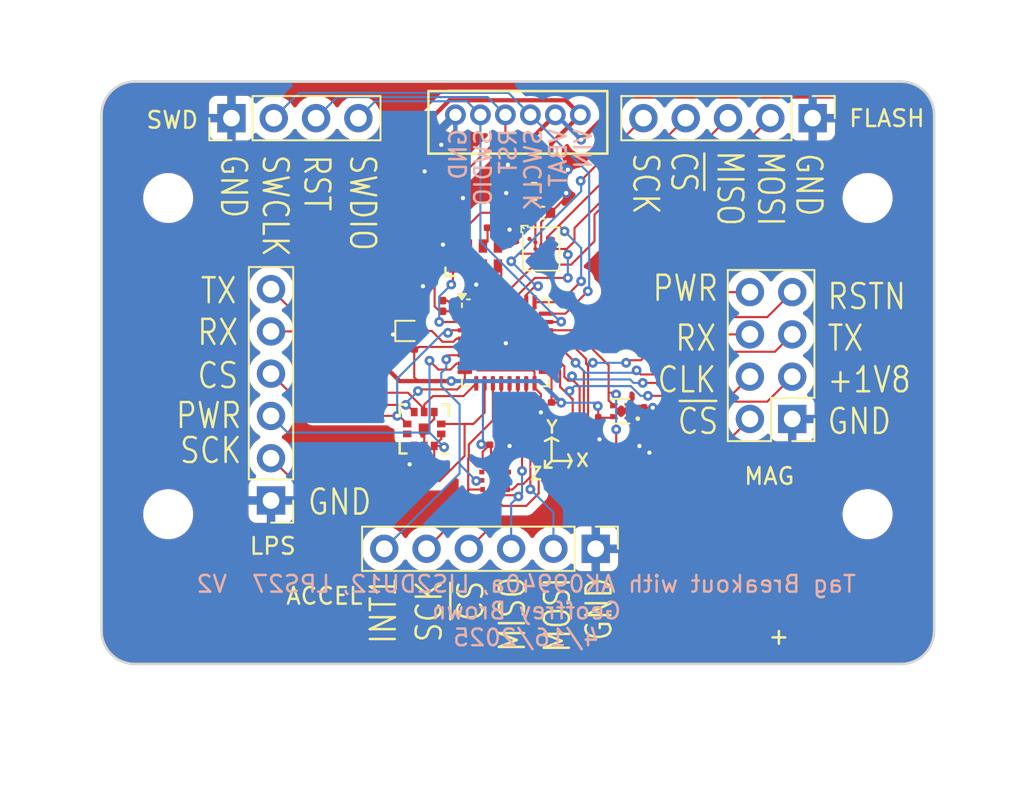
<source format=kicad_pcb>
(kicad_pcb (version 20240108) (generator "pcbnew") (generator_version "8.0")
  (layers (0 "F.Cu" signal) (31 "B.Cu" signal) (34 "B.Paste" user) (35 "F.Paste" user) (36 "B.SilkS" user "B.Silkscreen") (37 "F.SilkS" user "F.Silkscreen") (38 "B.Mask" user) (39 "F.Mask" user) (44 "Edge.Cuts" user))
  (net 0 "")
  (net 1 "GND")
  (net 2 "+2V5")
  (net 3 "SWDIO")
  (net 4 "SWCLK")
  (net 5 "Net-(Q501-C)")
  (net 6 "/VBAT")
  (net 7 "/clkout")
  (net 8 "/RST")
  (net 9 "Net-(U501-VBACK)")
  (net 10 "/AT25_MISO")
  (net 11 "/AT25_nCS")
  (net 12 "/AT25_MOSI")
  (net 13 "/AT25_SCK")
  (net 19 "/LPS_PWR")
  (net 21 "+1V8")
  (net 22 "/RTC_SDA")
  (net 23 "/RTC_SCL")
  (net 26 "/LIS_MOSI")
  (net 27 "/LIS_MISO")
  (net 28 "/LIS_CS")
  (net 29 "/LIS_SCK")
  (net 30 "/LIS_INT1")
  (net 31 "/LPS_SCK")
  (net 32 "/LPS_RX")
  (net 33 "/LPS_TX")
  (net 34 "/AK_USART1_CK")
  (net 35 "/LPS_CS")
  (net 36 "/AK_USART1_RX")
  (net 37 "/AK_USART1_TX")
  (net 38 "/AK_PWR")
  (net 39 "/AK_CS")
  (net 41 "/AK_RSTN")
  (footprint "library:MS621" (layer "F.Cu") (at 138.6 118.1 -90)
    (property "Reference" "J401" (hide yes))
    (property "Value" "CONN_01X02" (hide yes))
  )
  (footprint "Capacitor_SMD:C_0402_1005Metric" (layer "F.Cu") (at 126.48 92.885)
    (property "Reference" "C404" (hide yes))
    (property "Value" "22uf")
  )
  (footprint "library:RV-8803-C7" (layer "F.Cu") (at 122.45 95.485 90)
    (property "Reference" "U501" (hide yes))
    (property "Value" "RV-3028-C7" (hide yes))
  )
  (footprint "Resistor_SMD:R_0201_0603Metric" (layer "F.Cu") (at 123.5 93.785)
    (property "Reference" "R1" (hide yes))
    (property "Value" "10k")
  )
  (footprint "Capacitor_SMD:C_0201_0603Metric" (layer "F.Cu") (at 118.455 101.1 180)
    (property "Reference" "C501" (hide yes))
    (property "Value" "0.1uf")
  )
  (footprint "Capacitor_SMD:C_0201_0603Metric" (layer "F.Cu") (at 121.555 93.785 180)
    (property "Reference" "C503" (hide yes))
    (property "Value" "0.1uf")
  )
  (footprint "Diode_SMD:D_0402_1005Metric" (layer "F.Cu") (at 126.515 90.2 180)
    (property "Reference" "D401" (hide yes))
    (property "Value" "D")
  )
  (footprint "library:adesto_wlcsp12" (layer "F.Cu") (at 126.4 95.06)
    (property "Reference" "U1" (hide yes))
    (property "Value" "at25xe321D-UUN" (hide yes))
  )
  (footprint "Capacitor_SMD:C_0201_0603Metric" (layer "F.Cu") (at 119.2 98.485 90)
    (property "Reference" "C502" (hide yes))
    (property "Value" "0.1uf")
  )
  (footprint "Package_DFN_QFN:QFN-32-1EP_5x5mm_P0.5mm_EP3.45x3.45mm" (layer "F.Cu") (at 124.25 100.6975)
    (property "Reference" "U302" (hide yes))
    (property "Value" "stm32l431kc")
  )
  (footprint "Package_TO_SOT_SMD:SOT-883" (layer "F.Cu") (at 118.45 99.985)
    (property "Reference" "Q501" (hide yes))
    (property "Value" "Q_NPN_BEC")
  )
  (footprint "Capacitor_SMD:C_0201_0603Metric" (layer "F.Cu") (at 126.7 104.285 180)
    (property "Reference" "C2" (hide yes))
    (property "Value" "0.1uf")
  )
  (footprint "Capacitor_SMD:C_0201_0603Metric" (layer "F.Cu") (at 120.5 98.485 90)
    (property "Reference" "C101" (hide yes))
    (property "Value" "1uf")
  )
  (footprint "Connector_PinHeader_2.54mm:PinHeader_1x06_P2.54mm_Vertical" (layer "F.Cu") (at 129.675 113.075 -90)
    (property "Reference" "J4" (hide yes))
    (property "Value" "Conn_01x06")
  )
  (footprint "library:CONN_B6B-ZR_JST" (layer "F.Cu") (at 121.25 87)
    (property "Reference" "J1" (hide yes))
    (property "Value" "Conn_01x06")
  )
  (footprint "Capacitor_SMD:C_0201_0603Metric" (layer "F.Cu") (at 129.825 105.525 -90)
    (property "Reference" "C8" (hide yes))
    (property "Value" "1uf")
  )
  (footprint "MountingHole:MountingHole_2.5mm" (layer "F.Cu") (at 104 111)
    (property "Reference" "H2" (hide yes))
    (property "Value" "MountingHole")
  )
  (footprint "Capacitor_SMD:C_0201_0603Metric" (layer "F.Cu") (at 131.225 106.925)
    (property "Reference" "C5" (hide yes))
    (property "Value" "0.1uf")
  )
  (footprint "Connector_PinHeader_2.54mm:PinHeader_1x04_P2.54mm_Vertical" (layer "F.Cu") (at 107.8 87.2 90)
    (property "Reference" "J3" (hide yes))
    (property "Value" "Conn_01x04")
  )
  (footprint "Capacitor_SMD:C_0201_0603Metric" (layer "F.Cu") (at 132.575 104.925 90)
    (property "Reference" "C9" (hide yes))
    (property "Value" "1uf")
  )
  (footprint "MountingHole:MountingHole_2.5mm" (layer "F.Cu") (at 146 92)
    (property "Reference" "H3" (hide yes))
    (property "Value" "MountingHole")
  )
  (footprint "MountingHole:MountingHole_2.5mm" (layer "F.Cu") (at 104 92)
    (property "Reference" "H1" (hide yes))
    (property "Value" "MountingHole")
  )
  (footprint "MountingHole:MountingHole_2.5mm" (layer "F.Cu") (at 146 111)
    (property "Reference" "H4" (hide yes))
    (property "Value" "MountingHole")
  )
  (footprint "Capacitor_SMD:C_0201_0603Metric" (layer "F.Cu") (at 119.575 108.025 180)
    (property "Reference" "C6" (hide yes))
    (property "Value" "0.1uf")
  )
  (footprint "library:LPS27HHWTR" (layer "F.Cu") (at 119.3764 105.8764 180)
    (property "Reference" "U3" (hide yes))
    (property "Value" "LPS27HHWTR" (hide yes))
  )
  (footprint "Connector_PinHeader_2.54mm:PinHeader_2x04_P2.54mm_Vertical" (layer "F.Cu") (at 141.475 105.275 180)
    (property "Reference" "J6" (hide yes))
    (property "Value" "Conn_02x04_Counter_Clockwise")
  )
  (footprint "Package_SON:Texas_X2SON-4_1x1mm_P0.65mm" (layer "F.Cu") (at 131.2 104.809643 180)
    (property "Reference" "U5" (hide yes))
    (property "Value" "TPS7A2018PDQN")
  )
  (footprint "Capacitor_SMD:C_0603_1608Metric" (layer "F.Cu") (at 125.975 91.6 180)
    (property "Reference" "C4" (hide yes))
    (property "Value" "47uf")
  )
  (footprint "library:LGA-12L_LIS2DU12_STM" (layer "F.Cu") (at 123.6343 108.7157 90)
    (property "Reference" "U2" (hide yes))
    (property "Value" "LIS2DU12TR")
  )
  (footprint "library:AK09940a" (layer "F.Cu") (at 130.8184 108.5684 180)
    (property "Reference" "U4" (hide yes))
    (property "Value" "AK09940A")
  )
  (footprint "Capacitor_SMD:C_0201_0603Metric" (layer "F.Cu") (at 123.625 106.825)
    (property "Reference" "C1" (hide yes))
    (property "Value" "0.1uf")
  )
  (footprint "Connector_PinHeader_2.54mm:PinHeader_1x05_P2.54mm_Vertical" (layer "F.Cu") (at 142.7 87.2 -90)
    (property "Reference" "J2" (hide yes))
    (property "Value" "Conn_01x04")
  )
  (footprint "Capacitor_SMD:C_0201_0603Metric" (layer "F.Cu") (at 132.425 108.275 90)
    (property "Reference" "C7" (hide yes))
    (property "Value" "0.1uf")
  )
  (footprint "Connector_PinHeader_2.54mm:PinHeader_1x06_P2.54mm_Vertical" (layer "F.Cu") (at 110.175 110.175 180)
    (property "Reference" "J5" (hide yes))
    (property "Value" "Conn_01x06")
  )
  (gr_line (start 127.025 106.4) (end 127.425 106.6) (stroke (width 0.15)) (layer "F.SilkS"))
  (gr_line (start 126.625 108.2) (end 127.025 108.2) (stroke (width 0.15)) (layer "F.SilkS"))
  (gr_line (start 126.625 106.6) (end 127.025 106.4) (stroke (width 0.15)) (layer "F.SilkS"))
  (gr_line (start 126.625 108.2) (end 126.625 107.8) (stroke (width 0.15)) (layer "F.SilkS"))
  (gr_line (start 127.025 107.8) (end 128.225 107.8) (stroke (width 0.15)) (layer "F.SilkS"))
  (gr_line (start 127.025 107.8) (end 126.625 108.2) (stroke (width 0.15)) (layer "F.SilkS"))
  (gr_line (start 128.025 107.4) (end 128.225 107.8) (stroke (width 0.15)) (layer "F.SilkS"))
  (gr_line (start 127.025 107.8) (end 127.025 106.4) (stroke (width 0.15)) (layer "F.SilkS"))
  (gr_line (start 128.225 107.8) (end 128.025 108.2) (stroke (width 0.15)) (layer "F.SilkS"))
  (gr_arc (start 102 120) (mid 100.585786 119.414214) (end 100 118) (stroke (width 0.15)) (layer "Edge.Cuts"))
  (gr_line (start 100 118) (end 100 87) (stroke (width 0.15)) (layer "Edge.Cuts"))
  (gr_line (start 148 120) (end 102 120) (stroke (width 0.15)) (layer "Edge.Cuts"))
  (gr_line (start 102 85) (end 148 85) (stroke (width 0.15)) (layer "Edge.Cuts"))
  (gr_arc (start 100 87) (mid 100.585786 85.585786) (end 102 85) (stroke (width 0.15)) (layer "Edge.Cuts"))
  (gr_line (start 150 87) (end 150 118) (stroke (width 0.15)) (layer "Edge.Cuts"))
  (gr_arc (start 148 85) (mid 149.414214 85.585786) (end 150 87) (stroke (width 0.15)) (layer "Edge.Cuts"))
  (gr_arc (start 150 118) (mid 149.414214 119.414214) (end 148 120) (stroke (width 0.15)) (layer "Edge.Cuts"))
  (gr_text "SWDIO" (at 123.5 87.75 90) (layer "B.SilkS") (effects (font (size 1 1)) (justify left bottom mirror)))
  (gr_text "VIN" (at 129.5 87.75 90) (layer "B.SilkS") (effects (font (size 1 1)) (justify left bottom mirror)))
  (gr_text "SWCLK" (at 126.5 87.75 90) (layer "B.SilkS") (effects (font (size 1 1)) (justify left bottom mirror)))
  (gr_text "VBAT" (at 128 87.75 90) (layer "B.SilkS") (effects (font (size 1 1)) (justify left bottom mirror)))
  (gr_text "GND" (at 122 87.75 90) (layer "B.SilkS") (effects (font (size 1 1)) (justify left bottom mirror)))
  (gr_text "Tag Breakout with AK09940a, LIS2DU12, LPS27  V2\nGeoffrey Brown\n4/16/2025" (at 125.5 119 0) (layer "B.SilkS") (effects (font (size 1 1)) (justify bottom mirror)))
  (gr_text "RST" (at 125 87.75 90) (layer "B.SilkS") (effects (font (size 1 1)) (justify left bottom mirror)))
  (gr_text "SWDIO" (at 114.8 89.3 270) (layer "F.SilkS") (effects (font (size 1.5 1.25)) (justify left bottom)))
  (gr_text "TX" (at 108.2 98.45 0) (layer "F.SilkS") (effects (font (size 1.5 1.25)) (justify right bottom)))
  (gr_text "RX" (at 137 101.3 0) (layer "F.SilkS") (effects (font (size 1.5 1.25)) (justify right bottom)))
  (gr_text "GND" (at 141.6 89.2 270) (layer "F.SilkS") (effects (font (size 1.5 1.25)) (justify left bottom)))
  (gr_text "X" (at 128.425 108.2 0) (layer "F.SilkS") (effects (font (size 0.75 0.75)) (justify left bottom)))
  (gr_text "PWR" (at 133 98.3 0) (layer "F.SilkS") (effects (font (size 1.5 1.25)) (justify left bottom)))
  (gr_text "SCK" (at 120.55 114.9 90) (layer "F.SilkS") (effects (font (size 1.5 1.25)) (justify right bottom)))
  (gr_text "MOSI" (at 139.2936 89.0778 270) (layer "F.SilkS") (effects (font (size 1.5 1.25)) (justify left bottom)))
  (gr_text "SCK" (at 108.5 108.05 0) (layer "F.SilkS") (effects (font (size 1.5 1.25)) (justify right bottom)))
  (gr_text "RX" (at 108.3 100.95 0) (layer "F.SilkS") (effects (font (size 1.5 1.25)) (justify right bottom)))
  (gr_text "CS" (at 108.3 103.55 0) (layer "F.SilkS") (effects (font (size 1.5 1.25)) (justify right bottom)))
  (gr_text "MAG" (at 138.5 109.3 0) (layer "F.SilkS") (effects (font (size 1 1)) (justify left bottom)))
  (gr_text "CLK" (at 137 103.8 0) (layer "F.SilkS") (effects (font (size 1.5 1.25)) (justify right bottom)))
  (gr_text "SCK" (at 131.8 89.2 270) (layer "F.SilkS") (effects (font (size 1.5 1.25)) (justify left bottom)))
  (gr_text "~{CS}" (at 134.0866 89.1032 270) (layer "F.SilkS") (effects (font (size 1.5 1.25)) (justify left bottom)))
  (gr_text "~{CS}" (at 123.05 114.9 90) (layer "F.SilkS") (effects (font (size 1.5 1.25)) (justify right bottom)))
  (gr_text "Y" (at 126.625 106.2 0) (layer "F.SilkS") (effects (font (size 0.75 0.75)) (justify left bottom)))
  (gr_text "MISO" (at 125.55 114.65 90) (layer "F.SilkS") (effects (font (size 1.5 1.25)) (justify right bottom)))
  (gr_text "+1V8" (at 143.5 103.8 0) (layer "F.SilkS") (effects (font (size 1.5 1.25)) (justify left bottom)))
  (gr_text "GND" (at 143.5 106.3 0) (layer "F.SilkS") (effects (font (size 1.5 1.25)) (justify left bottom)))
  (gr_text "GND" (at 107.05 89.3 -90) (layer "F.SilkS") (effects (font (size 1.5 1.25)) (justify left bottom)))
  (gr_text "SWD" (at 102.6 87.9 0) (layer "F.SilkS") (effects (font (size 1 1)) (justify left bottom)))
  (gr_text "MOSI" (at 128.25 114.7 90) (layer "F.SilkS") (effects (font (size 1.5 1.25)) (justify right bottom)))
  (gr_text "TX" (at 143.5 101.3 0) (layer "F.SilkS") (effects (font (size 1.5 1.25)) (justify left bottom)))
  (gr_text "MISO" (at 136.8552 89.0524 270) (layer "F.SilkS") (effects (font (size 1.5 1.25)) (justify left bottom)))
  (gr_text "FLASH" (at 144.8 87.8 0) (layer "F.SilkS") (effects (font (size 1 1)) (justify left bottom)))
  (gr_text "Z" (at 125.625 109 0) (layer "F.SilkS") (effects (font (size 0.75 0.75)) (justify left bottom)))
  (gr_text "SWCLK" (at 109.55 89.3 270) (layer "F.SilkS") (effects (font (size 1.5 1.25)) (justify left bottom)))
  (gr_text "GND" (at 116.3 111.15 0) (layer "F.SilkS") (effects (font (size 1.5 1.25)) (justify right bottom)))
  (gr_text "GND" (at 130.75 114.7 90) (layer "F.SilkS") (effects (font (size 1.5 1.25)) (justify right bottom)))
  (gr_text "PWR" (at 108.5 105.95 0) (layer "F.SilkS") (effects (font (size 1.5 1.25)) (justify right bottom)))
  (gr_text "ACCEL" (at 111 116.5 0) (layer "F.SilkS") (effects (font (size 1 1)) (justify left bottom)))
  (gr_text "RST" (at 112.05 89.3 270) (layer "F.SilkS") (effects (font (size 1.5 1.25)) (justify left bottom)))
  (gr_text "RSTN" (at 143.5 98.8 0) (layer "F.SilkS") (effects (font (size 1.5 1.25)) (justify left bottom)))
  (gr_text "LPS" (at 108.8 113.5 0) (layer "F.SilkS") (effects (font (size 1 1)) (justify left bottom)))
  (gr_text "INT1" (at 117.8 114.65 90) (layer "F.SilkS") (effects (font (size 1.5 1.25)) (justify right bottom)))
  (gr_text "~{CS}" (at 134.5 106.3 0) (layer "F.SilkS") (effects (font (size 1.5 1.25)) (justify left bottom)))
  (segment (start 118.135 100.835) (end 117.5 100.2) (width 0.127) (layer "F.Cu") (net 1))
  (segment (start 122.5 98.26) (end 123 98.26) (width 0.127) (layer "F.Cu") (net 1))
  (segment (start 131.8318 107.955) (end 131.4184 108.3684) (width 0.127) (layer "F.Cu") (net 1))
  (segment (start 123 101.4) (end 123.2 101.4) (width 0.127) (layer "F.Cu") (net 1))
  (segment (start 126.4 94.86) (end 126.4 93.445) (width 0.127) (layer "F.Cu") (net 1))
  (segment (start 118.525 108.025) (end 118.5 108) (width 0.127) (layer "F.Cu") (net 1))
  (segment (start 126.4 93.445) (end 126.96 92.885) (width 0.127) (layer "F.Cu") (net 1))
  (segment (start 132.425 107.955) (end 131.8318 107.955) (width 0.127) (layer "F.Cu") (net 1))
  (segment (start 121.235 94.75) (end 121.1 94.885) (width 0.127) (layer "F.Cu") (net 1))
  (segment (start 119.3764 105.8764) (end 119.3764 106.8924) (width 0.127) (layer "F.Cu") (net 1))
  (segment (start 124.384301 107.9156) (end 123.8843 107.9156) (width 0.127) (layer "F.Cu") (net 1))
  (segment (start 126.38 104.285) (end 126.38 104.88) (width 0.127) (layer "F.Cu") (net 1))
  (segment (start 126 102.4475) (end 125.22625 101.67375) (width 0.127) (layer "F.Cu") (net 1))
  (segment (start 126.96 92.885) (end 127.9 91.945) (width 0.127) (layer "F.Cu") (net 1))
  (segment (start 124.25 100.6975) (end 123.7025 100.6975) (width 0.127) (layer "F.Cu") (net 1))
  (segment (start 122.5 98.26) (end 122.5 97.2) (width 0.127) (layer "F.Cu") (net 1))
  (segment (start 126 103.135) (end 126 103.4) (width 0.127) (layer "F.Cu") (net 1))
  (segment (start 118.776401 107.546401) (end 119.255 108.025) (width 0.127) (layer "F.Cu") (net 1))
  (segment (start 131.2 104.609643) (end 131.2 104.714643) (width 0.127) (layer "F.Cu") (net 1))
  (segment (start 123.945 106.825) (end 124.425 106.825) (width 0.127) (layer "F.Cu") (net 1))
  (segment (start 119.2 98.165) (end 119.2 97.4) (width 0.127) (layer "F.Cu") (net 1))
  (segment (start 131.305 104.809643) (end 131.63 104.484643) (width 0.127) (layer "F.Cu") (net 1))
  (segment (start 131.545 107.8418) (end 131.4184 107.9684) (width 0.127) (layer "F.Cu") (net 1))
  (segment (start 123.2 101.4) (end 123.87625 100.72375) (width 0.127) (layer "F.Cu") (net 1))
  (segment (start 120.86 98.26) (end 122.5 98.26) (width 0.127) (layer "F.Cu") (net 1))
  (segment (start 126 103.4) (end 126.38 103.78) (width 0.127) (layer "F.Cu") (net 1))
  (segment (start 123.82 94.865) (end 123.8 94.885) (width 0.127) (layer "F.Cu") (net 1))
  (segment (start 127.9 91.945) (end 127.9 91.7) (width 0.127) (layer "F.Cu") (net 1))
  (segment (start 129.825 105.845) (end 129.825 106.425) (width 0.127) (layer "F.Cu") (net 1))
  (segment (start 131.2 104.809643) (end 131.305 104.809643) (width 0.127) (layer "F.Cu") (net 1))
  (segment (start 121.25 87.95) (end 120.4 88.8) (width 0.254) (layer "F.Cu") (net 1))
  (segment (start 121.1 94.885) (end 120.585 94.885) (width 0.127) (layer "F.Cu") (net 1))
  (segment (start 123 99.4475) (end 123 98.26) (width 0.127) (layer "F.Cu") (net 1))
  (segment (start 133.095 104.605) (end 133.1 104.6) (width 0.127) (layer "F.Cu") (net 1))
  (segment (start 119.2 97.4) (end 119.3 97.3) (width 0.127) (layer "F.Cu") (net 1))
  (segment (start 119.976399 104.8604) (end 119.976399 105.276401) (width 0.127) (layer "F.Cu") (net 1))
  (segment (start 118.776401 106.8924) (end 119.3764 106.8924) (width 0.127) (layer "F.Cu") (net 1))
  (segment (start 126 103.135) (end 126 102.4475) (width 0.127) (layer "F.Cu") (net 1))
  (segment (start 132.425 107.805) (end 132.425 107.955) (width 0.127) (layer "F.Cu") (net 1))
  (segment (start 131.545 106.925) (end 132.425 107.805) (width 0.127) (layer "F.Cu") (net 1))
  (segment (start 125.22625 101.67375) (end 124.27625 100.72375) (width 0.127) (layer "F.Cu") (net 1))
  (segment (start 120.585 94.885) (end 120.5 94.8) (width 0.127) (layer "F.Cu") (net 1))
  (segment (start 132.454643 104.484643) (end 132.575 104.605) (width 0.127) (layer "F.Cu") (net 1))
  (segment (start 132.575 104.605) (end 133.095 104.605) (width 0.127) (layer "F.Cu") (net 1))
  (segment (start 132.425 107.775) (end 132.9 107.3) (width 0.127) (layer "F.Cu") (net 1))
  (segment (start 124.384301 108.415601) (end 124.4344 108.4657) (width 0.127) (layer "F.Cu") (net 1))
  (segment (start 125.5 99.7) (end 125.2475 99.7) (width 0.127) (layer "F.Cu") (net 1))
  (segment (start 119.255 108.025) (end 118.525 108.025) (width 0.127) (layer "F.Cu") (net 1))
  (segment (start 121.25 87) (end 121.25 87.95) (width 0.254) (layer "F.Cu") (net 1))
  (segment (start 119.976399 105.276401) (end 119.3764 105.8764) (width 0.127) (layer "F.Cu") (net 1))
  (segment (start 118.135 101.1) (end 118.135 100.835) (width 0.127) (layer "F.Cu") (net 1))
  (segment (start 120.5 98.165) (end 120.765 98.165) (width 0.127) (layer "F.Cu") (net 1))
  (segment (start 124.25 100.6975) (end 123 99.4475) (width 0.127) (layer "F.Cu") (net 1))
  (segment (start 124.25 100.6975) (end 125.22625 101.67375) (width 0.127) (layer "F.Cu") (net 1))
  (segment (start 123.82 93.785) (end 124.385 93.785) (width 0.127) (layer "F.Cu") (net 1))
  (segment (start 126.38 103.78) (end 126.38 104.285) (width 0.127) (layer "F.Cu") (net 1))
  (segment (start 123.945 107.8549) (end 123.8843 107.9156) (width 0.127) (layer "F.Cu") (net 1))
  (segment (start 123.945 106.825) (end 123.945 107.8549) (width 0.127) (layer "F.Cu") (net 1))
  (segment (start 123.82 93.785) (end 123.82 94.865) (width 0.127) (layer "F.Cu") (net 1))
  (segment (start 131.545 106.925) (end 132.275 106.925) (width 0.127) (layer "F.Cu") (net 1))
  (segment (start 124.385 93.785) (end 124.5 93.9) (width 0.127) (layer "F.Cu") (net 1))
  (segment (start 118.776401 106.8924) (end 118.776401 107.546401) (width 0.127) (layer "F.Cu") (net 1))
  (segment (start 131.63 104.484643) (end 132.454643 104.484643) (width 0.127) (layer "F.Cu") (net 1))
  (segment (start 131.0184 107.9684) (end 131.4184 107.9684) (width 0.127) (layer "F.Cu") (net 1))
  (segment (start 126.4 104.9) (end 126.38 104.88) (width 0.127) (layer "F.Cu") (net 1))
  (segment (start 117.51 100.21) (end 117.5 100.2) (width 0.127) (layer "F.Cu") (net 1))
  (segment (start 120.765 98.165) (end 120.86 98.26) (width 0.127) (layer "F.Cu") (net 1))
  (segment (start 124.384301 107.9156) (end 124.384301 108.415601) (width 0.127) (layer "F.Cu") (net 1))
  (segment (start 125.2 91.6) (end 124.4 91.6) (width 0.127) (layer "F.Cu") (net 1))
  (segment (start 129.825 106.425) (end 129.9 106.5) (width 0.127) (layer "F.Cu") (net 1))
  (segment (start 131.545 106.925) (end 131.545 107.8418) (width 0.127) (layer "F.Cu") (net 1))
  (segment (start 123.7025 100.6975) (end 123 101.4) (width 0.127) (layer "F.Cu") (net 1))
  (segment (start 132.425 107.955) (end 132.425 107.775) (width 0.127) (layer "F.Cu") (net 1))
  (segment (start 124.425 106.825) (end 124.5 106.9) (width 0.127) (layer "F.Cu") (net 1))
  (segment (start 131.495 106.875) (end 131.545 106.925) (width 0.127) (layer "F.Cu") (net 1))
  (segment (start 125.2475 99.7) (end 124.25 100.6975) (width 0.127) (layer "F.Cu") (net 1))
  (segment (start 122.5 98.9475) (end 124.25 100.6975) (width 0.127) (layer "F.Cu") (net 1))
  (segment (start 124.4 91.6) (end 124.3 91.7) (width 0.127) (layer "F.Cu") (net 1))
  (segment (start 122.5 98.26) (end 122.5 98.9475) (width 0.127) (layer "F.Cu") (net 1))
  (segment (start 121.235 93.785) (end 121.235 94.75) (width 0.127) (layer "F.Cu") (net 1))
  (segment (start 123.87625 100.72375) (end 124.27625 100.72375) (width 0.127) (layer "F.Cu") (net 1))
  (segment (start 118.1 100.21) (end 117.51 100.21) (width 0.127) (layer "F.Cu") (net 1))
  (segment (start 132.275 106.925) (end 132.3 106.9) (width 0.127) (layer "F.Cu") (net 1))
  (via (at 118.5 108) (size 0.5842) (drill 0.254) (layers "F.Cu" "B.Cu") (net 1))
  (via (at 128 90.3) (size 0.5842) (drill 0.254) (layers "F.Cu" "B.Cu") (net 1))
  (via (at 127.9 91.7) (size 0.5842) (drill 0.254) (layers "F.Cu" "B.Cu") (net 1))
  (via (at 124.3 91.7) (size 0.5842) (drill 0.254) (layers "F.Cu" "B.Cu") (net 1))
  (via (at 129.9 106.5) (size 0.5842) (drill 0.254) (layers "F.Cu" "B.Cu") (net 1))
  (via (at 133.1 104.6) (size 0.5842) (drill 0.254) (layers "F.Cu" "B.Cu") (net 1))
  (via (at 132.9 107.3) (size 0.5842) (drill 0.254) (layers "F.Cu" "B.Cu") (net 1))
  (via (at 124.5 106.9) (size 0.5842) (drill 0.254) (layers "F.Cu" "B.Cu") (net 1))
  (via (at 124.27625 100.72375) (size 0.5842) (drill 0.254) (layers "F.Cu" "B.Cu") (net 1))
  (via (at 117.5 100.2) (size 0.5842) (drill 0.254) (layers "F.Cu" "B.Cu") (net 1))
  (via (at 126.38 104.88) (size 0.5842) (drill 0.254) (layers "F.Cu" "B.Cu") (net 1))
  (via (at 121.7 92) (size 0.5842) (drill 0.254) (layers "F.Cu" "B.Cu") (net 1))
  (via (at 119.3 97.3) (size 0.5842) (drill 0.254) (layers "F.Cu" "B.Cu") (net 1))
  (via (at 120.4 88.8) (size 0.5842) (drill 0.254) (layers "F.Cu" "B.Cu") (net 1))
  (via (at 122.5 97.2) (size 0.5842) (drill 0.254) (layers "F.Cu" "B.Cu") (net 1))
  (via (at 132.3 106.9) (size 0.5842) (drill 0.254) (layers "F.Cu" "B.Cu") (net 1))
  (via (at 124.4 90) (size 0.5842) (drill 0.254) (layers "F.Cu" "B.Cu") (net 1))
  (via (at 120.5 94.8) (size 0.5842) (drill 0.254) (layers "F.Cu" "B.Cu") (net 1))
  (via (at 124.5 93.9) (size 0.5842) (drill 0.254) (layers "F.Cu" "B.Cu") (net 1))
  (via (at 119.4 90.4) (size 0.5842) (drill 0.254) (layers "F.Cu" "B.Cu") (net 1))
  (segment (start 121.25 88.55) (end 121.2 88.6) (width 0.254) (layer "B.Cu") (net 1))
  (segment (start 121.25 88.55) (end 121.25 87) (width 0.254) (layer "B.Cu") (net 1))
  (segment (start 127.8737 86.1237) (end 120.887024 86.1237) (width 0.254) (layer "F.Cu") (net 2))
  (segment (start 129.825 105.205) (end 130.699643 105.205) (width 0.127) (layer "F.Cu") (net 2))
  (segment (start 122 93.91) (end 121.875 93.785) (width 0.127) (layer "F.Cu") (net 2))
  (segment (start 126.75 92.135) (end 126 92.885) (width 0.254) (layer "F.Cu") (net 2))
  (segment (start 116.76 101.86) (end 117.9 103) (width 0.254) (layer "F.Cu") (net 2))
  (segment (start 127 91.35) (end 126.75 91.6) (width 0.254) (layer "F.Cu") (net 2))
  (segment (start 121.875 93.585001) (end 121.389999 93.1) (width 0.127) (layer "F.Cu") (net 2))
  (segment (start 120.887024 86.1237) (end 117.5 89.510724) (width 0.254) (layer "F.Cu") (net 2))
  (segment (start 126.05 92.935) (end 126 92.885) (width 0.127) (layer "F.Cu") (net 2))
  (segment (start 126.05 94.66) (end 126.05 92.935) (width 0.127) (layer "F.Cu") (net 2))
  (segment (start 118.775 102.775) (end 119 103) (width 0.127) (layer "F.Cu") (net 2))
  (segment (start 118.9 101.1) (end 119.0525 100.9475) (width 0.127) (layer "F.Cu") (net 2))
  (segment (start 129.825 105.205) (end 129.825 104.525) (width 0.127) (layer "F.Cu") (net 2))
  (segment (start 122.884299 107.9156) (end 122.884299 107.245701) (width 0.127) (layer "F.Cu") (net 2))
  (segment (start 126.05 94.66) (end 126.05 95.06) (width 0.127) (layer "F.Cu") (net 2))
  (segment (start 118.775 101.1) (end 118.9 101.1) (width 0.127) (layer "F.Cu") (net 2))
  (segment (start 123.3843 107.9156) (end 123.3843 106.9043) (width 0.127) (layer "F.Cu") (net 2))
  (segment (start 127 90.2) (end 127 91.35) (width 0.254) (layer "F.Cu") (net 2))
  (segment (start 127 90.2) (end 127 88.75) (width 0.254) (layer "F.Cu") (net 2))
  (segment (start 127.02 104.285) (end 127.585 104.285) (width 0.127) (layer "F.Cu") (net 2))
  (segment (start 116.76 98.2) (end 116.76 101.86) (width 0.254) (layer "F.Cu") (net 2))
  (segment (start 119 103) (end 121 103) (width 0.254) (layer "F.Cu") (net 2))
  (segment (start 122.775 92.885) (end 121.875 93.785) (width 0.127) (layer "F.Cu") (net 2))
  (segment (start 126.75 91.6) (end 126.75 92.135) (width 0.254) (layer "F.Cu") (net 2))
  (segment (start 120.5 98.805) (end 121.67 98.805) (width 0.127) (layer "F.Cu") (net 2))
  (segment (start 120.5 93.1) (end 120 93.6) (width 0.127) (layer "F.Cu") (net 2))
  (segment (start 130.699643 105.205) (end 130.77 105.134643) (width 0.127) (layer "F.Cu") (net 2))
  (segment (start 117.5 89.510724) (end 117.5 96.3) (width 0.254) (layer "F.Cu") (net 2))
  (segment (start 127.585 104.285) (end 127.6 104.3) (width 0.127) (layer "F.Cu") (net 2))
  (segment (start 116.76 97.04) (end 116.76 98.2) (width 0.254) (layer "F.Cu") (net 2))
  (segment (start 126.6875 102.4475) (end 127.02 102.78) (width 0.127) (layer "F.Cu") (net 2))
  (segment (start 128.75 87) (end 127.8737 86.1237) (width 0.254) (layer "F.Cu") (net 2))
  (segment (start 118.775 101.1) (end 118.775 102.775) (width 0.127) (layer "F.Cu") (net 2))
  (segment (start 126 92.885) (end 122.775 92.885) (width 0.127) (layer "F.Cu") (net 2))
  (segment (start 121.875 93.785) (end 121.875 93.585001) (width 0.127) (layer "F.Cu") (net 2))
  (segment (start 123.305 106.825) (end 122.825 106.825) (width 0.127) (layer "F.Cu") (net 2))
  (segment (start 117.5 96.3) (end 116.76 97.04) (width 0.254) (layer "F.Cu") (net 2))
  (segment (start 129.825 104.525) (end 129.8 104.5) (width 0.127) (layer "F.Cu") (net 2))
  (segment (start 119.0525 100.9475) (end 121.8125 100.9475) (width 0.127) (layer "F.Cu") (net 2))
  (segment (start 127.02 102.78) (end 127.02 104.285) (width 0.127) (layer "F.Cu") (net 2))
  (segment (start 121.67 98.805) (end 121.8125 98.9475) (width 0.127) (layer "F.Cu") (net 2))
  (segment (start 129.835357 105.134643) (end 129.825 105.145) (width 0.127) (layer "F.Cu") (net 2))
  (segment (start 121.389999 93.1) (end 120.5 93.1) (width 0.127) (layer "F.Cu") (net 2))
  (segment (start 122 94.885) (end 122 93.91) (width 0.127) (layer "F.Cu") (net 2))
  (segment (start 127 88.75) (end 128.75 87) (width 0.254) (layer "F.Cu") (net 2))
  (segment (start 122.884299 107.245701) (end 123.305 106.825) (width 0.127) (layer "F.Cu") (net 2))
  (segment (start 122.825 106.825) (end 122.8 106.8) (width 0.127) (layer "F.Cu") (net 2))
  (segment (start 120 93.6) (end 120 98.504999) (width 0.127) (layer "F.Cu") (net 2))
  (segment (start 120.300001 98.805) (end 120.5 98.805) (width 0.127) (layer "F.Cu") (net 2))
  (segment (start 120 98.504999) (end 120.300001 98.805) (width 0.127) (layer "F.Cu") (net 2))
  (segment (start 123.3843 106.9043) (end 123.305 106.825) (width 0.127) (layer "F.Cu") (net 2))
  (segment (start 117.9 103) (end 119 103) (width 0.254) (layer "F.Cu") (net 2))
  (via (at 122.8 106.8) (size 0.5842) (drill 0.254) (layers "F.Cu" "B.Cu") (net 2))
  (via (at 127.6 104.3) (size 0.5842) (drill 0.254) (layers "F.Cu" "B.Cu") (net 2))
  (via (at 129.8 104.5) (size 0.5842) (drill 0.254) (layers "F.Cu" "B.Cu") (net 2))
  (via (at 121 103) (size 0.5842) (drill 0.254) (layers "F.Cu" "B.Cu") (net 2))
  (segment (start 129.6 104.3) (end 129.8 104.5) (width 0.127) (layer "B.Cu") (net 2))
  (segment (start 126.3 103) (end 127.6 104.3) (width 0.254) (layer "B.Cu") (net 2))
  (segment (start 121 103) (end 122.9 103) (width 0.254) (layer "B.Cu") (net 2))
  (segment (start 127.6 104.3) (end 129.6 104.3) (width 0.127) (layer "B.Cu") (net 2))
  (segment (start 122.9 103) (end 126.3 103) (width 0.254) (layer "B.Cu") (net 2))
  (segment (start 122.9 106.7) (end 122.9 103) (width 0.127) (layer "B.Cu") (net 2))
  (segment (start 122.8 106.8) (end 122.9 106.7) (width 0.127) (layer "B.Cu") (net 2))
  (segment (start 126.6875 99.4475) (end 127.5826 99.4475) (width 0.127) (layer "F.Cu") (net 3))
  (segment (start 127.5826 99.4475) (end 127.6 99.4301) (width 0.127) (layer "F.Cu") (net 3))
  (via (at 127.6 99.4301) (size 0.5842) (drill 0.254) (layers "F.Cu" "B.Cu") (net 3))
  (segment (start 122.75 94.6325) (end 127.5175 99.4) (width 0.127) (layer "B.Cu") (net 3))
  (segment (start 122.75 87) (end 121.9372 86.1872) (width 0.127) (layer "B.Cu") (net 3))
  (segment (start 127.6 99.4) (end 127.6 99.4301) (width 0.127) (layer "B.Cu") (net 3))
  (segment (start 127.5175 99.4) (end 127.6 99.4) (width 0.127) (layer "B.Cu") (net 3))
  (segment (start 121.9372 86.1872) (end 116.4328 86.1872) (width 0.127) (layer "B.Cu") (net 3))
  (segment (start 116.4328 86.1872) (end 115.42 87.2) (width 0.127) (layer "B.Cu") (net 3))
  (segment (start 122.75 87) (end 122.75 94.6325) (width 0.127) (layer "B.Cu") (net 3))
  (segment (start 126.6875 98.9475) (end 127.8525 98.9475) (width 0.127) (layer "F.Cu") (net 4))
  (segment (start 127.8525 98.9475) (end 129.2 97.6) (width 0.127) (layer "F.Cu") (net 4))
  (via (at 129.2 97.6) (size 0.5842) (drill 0.254) (layers "F.Cu" "B.Cu") (net 4))
  (segment (start 125.750001 87) (end 124.429201 85.6792) (width 0.127) (layer "B.Cu") (net 4))
  (segment (start 124.429201 85.6792) (end 111.8608 85.6792) (width 0.127) (layer "B.Cu") (net 4))
  (segment (start 129.2826 97.5174) (end 129.2826 90.532599) (width 0.127) (layer "B.Cu") (net 4))
  (segment (start 111.8608 85.6792) (end 110.34 87.2) (width 0.127) (layer "B.Cu") (net 4))
  (segment (start 129.2826 90.532599) (end 125.750001 87) (width 0.127) (layer "B.Cu") (net 4))
  (segment (start 118.8 99.205) (end 118.8 99.985) (width 0.127) (layer "F.Cu") (net 5))
  (segment (start 120.476709 100.6374) (end 121.123291 100.6374) (width 0.127) (layer "F.Cu") (net 5))
  (segment (start 121.313191 100.4475) (end 121.8125 100.4475) (width 0.127) (layer "F.Cu") (net 5))
  (segment (start 119.2 98.805) (end 118.8 99.205) (width 0.127) (layer "F.Cu") (net 5))
  (segment (start 118.8 99.985) (end 119.824309 99.985) (width 0.127) (layer "F.Cu") (net 5))
  (segment (start 121.123291 100.6374) (end 121.313191 100.4475) (width 0.127) (layer "F.Cu") (net 5))
  (segment (start 119.824309 99.985) (end 120.476709 100.6374) (width 0.127) (layer "F.Cu") (net 5))
  (segment (start 149 88.8) (end 146.1 85.9) (width 0.254) (layer "F.Cu") (net 6))
  (segment (start 145.6 117) (end 149 113.6) (width 0.254) (layer "F.Cu") (net 6))
  (segment (start 126.03 88.220001) (end 126.03 90.2) (width 0.254) (layer "F.Cu") (net 6))
  (segment (start 149 113.6) (end 149 88.8) (width 0.254) (layer "F.Cu") (net 6))
  (segment (start 146.1 85.9) (end 131.4 85.9) (width 0.254) (layer "F.Cu") (net 6))
  (segment (start 127.250001 87) (end 126.03 88.220001) (width 0.254) (layer "F.Cu") (net 6))
  (segment (start 131.4 85.9) (end 128.8 88.5) (width 0.254) (layer "F.Cu") (net 6))
  (segment (start 140.55 117) (end 145.6 117) (width 0.254) (layer "F.Cu") (net 6))
  (segment (start 139.45 118.1) (end 140.55 117) (width 0.254) (layer "F.Cu") (net 6))
  (via (at 128.8 88.5) (size 0.5842) (drill 0.254) (layers "F.Cu" "B.Cu") (net 6))
  (segment (start 127.250001 87) (end 127.3 87) (width 0.254) (layer "B.Cu") (net 6))
  (segment (start 127.3 87) (end 128.8 88.5) (width 0.254) (layer "B.Cu") (net 6))
  (segment (start 121.8125 99.4475) (end 120.278249 99.4475) (width 0.127) (layer "F.Cu") (net 7))
  (segment (start 121.1 97.1) (end 121 97.2) (width 0.127) (layer "F.Cu") (net 7))
  (segment (start 120.278249 99.4475) (end 120.277004 99.446255) (width 0.127) (layer "F.Cu") (net 7))
  (segment (start 121.1 96.085) (end 121.1 97.1) (width 0.127) (layer "F.Cu") (net 7))
  (via (at 120.277004 99.446255) (size 0.5842) (drill 0.254) (layers "F.Cu" "B.Cu") (net 7))
  (via (at 121 97.2) (size 0.5842) (drill 0.254) (layers "F.Cu" "B.Cu") (net 7))
  (segment (start 121 97.2) (end 120.277004 97.922996) (width 0.127) (layer "B.Cu") (net 7))
  (segment (start 120.277004 97.922996) (end 120.277004 99.446255) (width 0.127) (layer "B.Cu") (net 7))
  (segment (start 124.249999 87) (end 124.249999 88.023875) (width 0.127) (layer "F.Cu") (net 8))
  (segment (start 124.249999 88.023875) (end 120.273874 92) (width 0.127) (layer "F.Cu") (net 8))
  (segment (start 118.35 99.51) (end 118.1 99.76) (width 0.127) (layer "F.Cu") (net 8))
  (segment (start 119.8 92) (end 118.35 93.45) (width 0.127) (layer "F.Cu") (net 8))
  (segment (start 120.273874 92) (end 119.8 92) (width 0.127) (layer "F.Cu") (net 8))
  (segment (start 118.35 93.45) (end 118.35 99.51) (width 0.127) (layer "F.Cu") (net 8))
  (segment (start 114.1468 85.9332) (end 112.88 87.2) (width 0.127) (layer "B.Cu") (net 8))
  (segment (start 124.249999 87) (end 123.183199 85.9332) (width 0.127) (layer "B.Cu") (net 8))
  (segment (start 123.183199 85.9332) (end 114.1468 85.9332) (width 0.127) (layer "B.Cu") (net 8))
  (segment (start 123.18 93.785) (end 123.18 94.605) (width 0.127) (layer "F.Cu") (net 9))
  (segment (start 123.18 94.605) (end 122.9 94.885) (width 0.127) (layer "F.Cu") (net 9))
  (segment (start 128.4 93.8) (end 128.4 94.6) (width 0.127) (layer "F.Cu") (net 10))
  (segment (start 133.02 91.8) (end 130.4 91.8) (width 0.127) (layer "F.Cu") (net 10))
  (segment (start 125 97.822501) (end 126.022501 96.8) (width 0.127) (layer "F.Cu") (net 10))
  (segment (start 128 95.26) (end 127.8 95.06) (width 0.127) (layer "F.Cu") (net 10))
  (segment (start 137.62 87.2) (end 133.02 91.8) (width 0.127) (layer "F.Cu") (net 10))
  (segment (start 128.4 94.6) (end 127.94 95.06) (width 0.127) (layer "F.Cu") (net 10))
  (segment (start 127.8 95.06) (end 126.75 95.06) (width 0.127) (layer "F.Cu") (net 10))
  (segment (start 130.4 91.8) (end 128.4 93.8) (width 0.127) (layer "F.Cu") (net 10))
  (segment (start 127.94 95.06) (end 127.8 95.06) (width 0.127) (layer "F.Cu") (net 10))
  (segment (start 126.022501 96.8) (end 128 96.8) (width 0.127) (layer "F.Cu") (net 10))
  (segment (start 128 95.4) (end 128 95.26) (width 0.127) (layer "F.Cu") (net 10))
  (segment (start 125 98.26) (end 125 97.822501) (width 0.127) (layer "F.Cu") (net 10))
  (via (at 128 95.4) (size 0.5842) (drill 0.254) (layers "F.Cu" "B.Cu") (net 10))
  (via (at 128 96.8) (size 0.5842) (drill 0.254) (layers "F.Cu" "B.Cu") (net 10))
  (segment (start 128 96.8) (end 128 95.4) (width 0.127) (layer "B.Cu") (net 10))
  (segment (start 126.75 94.363815) (end 127.456907 93.656907) (width 0.127) (layer "F.Cu") (net 11))
  (segment (start 126.75 94.66) (end 126.75 94.363815) (width 0.127) (layer "F.Cu") (net 11))
  (segment (start 127.54 98.26) (end 128.8 97) (width 0.127) (layer "F.Cu") (net 11))
  (segment (start 126 98.26) (end 127.54 98.26) (width 0.127) (layer "F.Cu") (net 11))
  (segment (start 132.113815 89) (end 133.28 89) (width 0.127) (layer "F.Cu") (net 11))
  (segment (start 133.28 89) (end 135.08 87.2) (width 0.127) (layer "F.Cu") (net 11))
  (segment (start 127.8 94) (end 127.456907 93.656907) (width 0.127) (layer "F.Cu") (net 11))
  (segment (start 127.456907 93.656907) (end 132.113815 89) (width 0.127) (layer "F.Cu") (net 11))
  (via (at 127.8 94) (size 0.5842) (drill 0.254) (layers "F.Cu" "B.Cu") (net 11))
  (via (at 128.8 97) (size 0.5842) (drill 0.254) (layers "F.Cu" "B.Cu") (net 11))
  (segment (start 128.8 97) (end 128.8 95) (width 0.127) (layer "B.Cu") (net 11))
  (segment (start 128.8 95) (end 127.8 94) (width 0.127) (layer "B.Cu") (net 11))
  (segment (start 124.5 97.5) (end 126.4 95.6) (width 0.127) (layer "F.Cu") (net 12))
  (segment (start 135.306 92.054) (end 140.16 87.2) (width 0.127) (layer "F.Cu") (net 12))
  (segment (start 130.546 92.054) (end 135.306 92.054) (width 0.127) (layer "F.Cu") (net 12))
  (segment (start 126.8 96) (end 128.2 96) (width 0.127) (layer "F.Cu") (net 12))
  (segment (start 126.4 95.26) (end 126.4 95.6) (width 0.127) (layer "F.Cu") (net 12))
  (segment (start 129.6 94.6) (end 129.6 93) (width 0.127) (layer "F.Cu") (net 12))
  (segment (start 124.5 98.26) (end 124.5 97.5) (width 0.127) (layer "F.Cu") (net 12))
  (segment (start 126.4 95.6) (end 126.8 96) (width 0.127) (layer "F.Cu") (net 12))
  (segment (start 128.2 96) (end 129.6 94.6) (width 0.127) (layer "F.Cu") (net 12))
  (segment (start 129.6 93) (end 130.546 92.054) (width 0.127) (layer "F.Cu") (net 12))
  (segment (start 125.5 98.26) (end 125.5 97.822501) (width 0.127) (layer "F.Cu") (net 13))
  (segment (start 126.122501 97.2) (end 126.2 97.2) (width 0.127) (layer "F.Cu") (net 13))
  (segment (start 125.5 97.822501) (end 126.122501 97.2) (width 0.127) (layer "F.Cu") (net 13))
  (segment (start 126.2 97.2) (end 126.2 97.2826) (width 0.127) (layer "F.Cu") (net 13))
  (segment (start 128.77 90.97) (end 132.54 87.2) (width 0.127) (layer "F.Cu") (net 13))
  (segment (start 124.6 95.8) (end 125.0555 95.3445) (width 0.127) (layer "F.Cu") (net 13))
  (segment (start 125.946185 95.46) (end 126.05 95.46) (width 0.127) (layer "F.Cu") (net 13))
  (segment (start 126.2 97.2826) (end 126.211201 97.293801) (width 0.127) (layer "F.Cu") (net 13))
  (segment (start 125.0555 95.3445) (end 125.830685 95.3445) (width 0.127) (layer "F.Cu") (net 13))
  (segment (start 125.830685 95.3445) (end 125.946185 95.46) (width 0.127) (layer "F.Cu") (net 13))
  (via (at 126.211201 97.293801) (size 0.5842) (drill 0.254) (layers "F.Cu" "B.Cu") (net 13))
  (via (at 128.77 90.97) (size 0.5842) (drill 0.254) (layers "F.Cu" "B.Cu") (net 13))
  (via (at 124.6 95.8) (size 0.5842) (drill 0.254) (layers "F.Cu" "B.Cu") (net 13))
  (segment (start 128.8 91.6) (end 128.8 91) (width 0.127) (layer "B.Cu") (net 13))
  (segment (start 128.8 91) (end 128.77 90.97) (width 0.127) (layer "B.Cu") (net 13))
  (segment (start 126.211201 97.293801) (end 126.093801 97.293801) (width 0.127) (layer "B.Cu") (net 13))
  (segment (start 124.8 96) (end 124.6 95.8) (width 0.127) (layer "B.Cu") (net 13))
  (segment (start 126.093801 97.293801) (end 124.8 96) (width 0.127) (layer "B.Cu") (net 13))
  (segment (start 124.6 95.8) (end 128.8 91.6) (width 0.127) (layer "B.Cu") (net 13))
  (segment (start 120.952091 102.3086) (end 120.227454 102.3086) (width 0.127) (layer "F.Cu") (net 19))
  (segment (start 120.397399 106.4714) (end 119.976399 106.8924) (width 0.127) (layer "F.Cu") (net 19))
  (segment (start 120.4924 106.8924) (end 120.569654 106.969654) (width 0.127) (layer "F.Cu") (net 19))
  (segment (start 119.976399 106.8924) (end 120.4924 106.8924) (width 0.127) (layer "F.Cu") (net 19))
  (segment (start 120.227454 102.3086) (end 119.693226 101.774372) (width 0.127) (layer "F.Cu") (net 19))
  (segment (start 121.8125 101.9475) (end 121.313191 101.9475) (width 0.127) (layer "F.Cu") (net 19))
  (segment (start 120.397399 106.176399) (end 120.397399 106.4714) (width 0.127) (layer "F.Cu") (net 19))
  (segment (start 119.976399 106.8924) (end 119.976399 107.943601) (width 0.127) (layer "F.Cu") (net 19))
  (segment (start 119.976399 107.943601) (end 119.895 108.025) (width 0.127) (layer "F.Cu") (net 19))
  (segment (start 121.313191 101.9475) (end 120.952091 102.3086) (width 0.127) (layer "F.Cu") (net 19))
  (via (at 120.569654 106.969654) (size 0.5842) (drill 0.254) (layers "F.Cu" "B.Cu") (net 19))
  (via (at 119.693226 101.774372) (size 0.5842) (drill 0.254) (layers "F.Cu" "B.Cu") (net 19))
  (segment (start 111.173226 106.093226) (end 119.693226 106.093226) (width 0.127) (layer "B.Cu") (net 19))
  (segment (start 119.693226 101.774372) (end 119.693226 106.093226) (width 0.127) (layer "B.Cu") (net 19))
  (segment (start 110.175 105.095) (end 111.173226 106.093226) (width 0.127) (layer "B.Cu") (net 19))
  (segment (start 119.693226 106.093226) (end 120.569654 106.969654) (width 0.127) (layer "B.Cu") (net 19))
  (segment (start 131.63 105.134643) (end 132.464643 105.134643) (width 0.127) (layer "F.Cu") (net 21))
  (segment (start 135.1895 105.745) (end 135.1895 106.030499) (width 0.127) (layer "F.Cu") (net 21))
  (segment (start 132.624999 108.595) (end 132.425 108.595) (width 0.127) (layer "F.Cu") (net 21))
  (segment (start 136.21725 104.71725) (end 135.1895 105.745) (width 0.127) (layer "F.Cu") (net 21))
  (segment (start 136.7 104.2345) (end 139.9755 104.2345) (width 0.127) (layer "F.Cu") (net 21))
  (segment (start 135.1895 106.030499) (end 132.624999 108.595) (width 0.127) (layer "F.Cu") (net 21))
  (segment (start 132.575 105.245) (end 135.6895 105.245) (width 0.127) (layer "F.Cu") (net 21))
  (segment (start 139.9755 104.2345) (end 141.475 102.735) (width 0.127) (layer "F.Cu") (net 21))
  (segment (start 132.2516 108.7684) (end 131.4184 108.7684) (width 0.127) (layer "F.Cu") (net 21))
  (segment (start 136.7 104.2345) (end 136.21725 104.71725) (width 0.127) (layer "F.Cu") (net 21))
  (segment (start 132.464643 105.134643) (end 132.575 105.245) (width 0.127) (layer "F.Cu") (net 21))
  (segment (start 132.425 108.595) (end 132.2516 108.7684) (width 0.127) (layer "F.Cu") (net 21))
  (segment (start 135.6895 105.245) (end 136.21725 104.71725) (width 0.127) (layer "F.Cu") (net 21))
  (segment (start 123.8 96.085) (end 124 96.285) (width 0.127) (layer "F.Cu") (net 22))
  (segment (start 124 96.285) (end 124 98.26) (width 0.127) (layer "F.Cu") (net 22))
  (segment (start 122.9 96.085) (end 122.9 96.235) (width 0.127) (layer "F.Cu") (net 23))
  (segment (start 123.5 96.835) (end 123.5 98.26) (width 0.127) (layer "F.Cu") (net 23))
  (segment (start 122.9 96.235) (end 123.5 96.835) (width 0.127) (layer "F.Cu") (net 23))
  (segment (start 125.319291 109.1914) (end 124.997909 109.1914) (width 0.127) (layer "F.Cu") (net 26))
  (segment (start 124.673509 109.5158) (end 124.384301 109.5158) (width 0.127) (layer "F.Cu") (net 26))
  (segment (start 125.75 108.760691) (end 125.319291 109.1914) (width 0.127) (layer "F.Cu") (net 26))
  (segment (start 124.5 105.19362) (end 124.5 103.135) (width 0.127) (layer "F.Cu") (net 26))
  (segment (start 125.75 109.5) (end 125.75 108.75) (width 0.127) (layer "F.Cu") (net 26))
  (segment (start 124.997909 109.1914) (end 124.673509 109.5158) (width 0.127) (layer "F.Cu") (net 26))
  (segment (start 125.75 108.75) (end 125.75 108.760691) (width 0.127) (layer "F.Cu") (net 26))
  (segment (start 125.75 106.44362) (end 124.5 105.19362) (width 0.127) (layer "F.Cu") (net 26))
  (segment (start 125.75 108.75) (end 125.75 106.44362) (width 0.127) (layer "F.Cu") (net 26))
  (via (at 125.75 109.5) (size 0.5842) (drill 0.254) (layers "F.Cu" "B.Cu") (net 26))
  (segment (start 127.135 110.885) (end 127.135 113.075) (width 0.127) (layer "B.Cu") (net 26))
  (segment (start 125.75 109.5) (end 127.135 110.885) (width 0.127) (layer "B.Cu") (net 26))
  (segment (start 123.8843 109.7952) (end 123.9478 109.8587) (width 0.127) (layer "F.Cu") (net 27))
  (segment (start 124.960068 109.8587) (end 125.032105 109.930737) (width 0.127) (layer "F.Cu") (net 27))
  (segment (start 123.8843 109.5158) (end 123.8843 109.7952) (width 0.127) (layer "F.Cu") (net 27))
  (segment (start 123.9478 109.8587) (end 124.960068 109.8587) (width 0.127) (layer "F.Cu") (net 27))
  (segment (start 125.25 108.4) (end 125.25 106.45) (width 0.127) (layer "F.Cu") (net 27))
  (segment (start 124 105.2) (end 124 103.135) (width 0.127) (layer "F.Cu") (net 27))
  (segment (start 125.25 108.4) (end 125.35 108.3) (width 0.127) (layer "F.Cu") (net 27))
  (segment (start 125.25 106.45) (end 124 105.2) (width 0.127) (layer "F.Cu") (net 27))
  (via (at 125.25 108.4) (size 0.5842) (drill 0.254) (layers "F.Cu" "B.Cu") (net 27))
  (via (at 125.032105 109.930737) (size 0.5842) (drill 0.254) (layers "F.Cu" "B.Cu") (net 27))
  (segment (start 124.595 110.367842) (end 124.595 113.075) (width 0.127) (layer "B.Cu") (net 27))
  (segment (start 125.032105 109.930737) (end 124.595 110.367842) (width 0.127) (layer "B.Cu") (net 27))
  (segment (start 125.25 108.4) (end 125.25 109.712842) (width 0.127) (layer "B.Cu") (net 27))
  (segment (start 125.25 109.712842) (end 125.032105 109.930737) (width 0.127) (layer "B.Cu") (net 27))
  (segment (start 126.25 109.75) (end 126.25 106.58441) (width 0.127) (layer "F.Cu") (net 28))
  (segment (start 124.0891 110.5) (end 125.5 110.5) (width 0.127) (layer "F.Cu") (net 28))
  (segment (start 125.5 110.5) (end 126.25 109.75) (width 0.127) (layer "F.Cu") (net 28))
  (segment (start 123.3843 109.7952) (end 124.0891 110.5) (width 0.127) (layer "F.Cu") (net 28))
  (segment (start 125 105.33441) (end 125 103.135) (width 0.127) (layer "F.Cu") (net 28))
  (segment (start 123.3843 109.5158) (end 123.3843 109.7952) (width 0.127) (layer "F.Cu") (net 28))
  (segment (start 123.3843 109.7952) (end 123.3843 111.7457) (width 0.127) (layer "F.Cu") (net 28))
  (segment (start 123.3843 111.7457) (end 122.055 113.075) (width 0.127) (layer "F.Cu") (net 28))
  (segment (start 126.25 106.58441) (end 125 105.33441) (width 0.127) (layer "F.Cu") (net 28))
  (segment (start 122.884299 109.5158) (end 122.0158 109.5158) (width 0.127) (layer "F.Cu") (net 29))
  (segment (start 122.0158 110.5742) (end 119.515 113.075) (width 0.127) (layer "F.Cu") (net 29))
  (segment (start 122.0158 109.5158) (end 122.0158 110.5742) (width 0.127) (layer "F.Cu") (net 29))
  (segment (start 122.054 107.60521) (end 122.054 106.80521) (width 0.127) (layer "F.Cu") (net 29))
  (segment (start 122.0158 107.64341) (end 122.054 107.60521) (width 0.127) (layer "F.Cu") (net 29))
  (segment (start 122.0158 109.5158) (end 122.0158 107.64341) (width 0.127) (layer "F.Cu") (net 29))
  (segment (start 122.054 106.80521) (end 123.5 105.35921) (width 0.127) (layer "F.Cu") (net 29))
  (segment (start 123.5 105.35921) (end 123.5 103.135) (width 0.127) (layer "F.Cu") (net 29))
  (segment (start 120.7525 101.4475) (end 120.7 101.5) (width 0.127) (layer "F.Cu") (net 30))
  (segment (start 120.7 101.5) (end 120.7 101.7) (width 0.127) (layer "F.Cu") (net 30))
  (segment (start 121.8125 101.4475) (end 120.7525 101.4475) (width 0.127) (layer "F.Cu") (net 30))
  (segment (start 122.5343 108.9657) (end 122.5 109) (width 0.127) (layer "F.Cu") (net 30))
  (segment (start 122.8342 108.9657) (end 122.5343 108.9657) (width 0.127) (layer "F.Cu") (net 30))
  (via (at 122.5 109) (size 0.5842) (drill 0.254) (layers "F.Cu" "B.Cu") (net 30))
  (via (at 120.7 101.7) (size 0.5842) (drill 0.254) (layers "F.Cu" "B.Cu") (net 30))
  (segment (start 121.5 108) (end 121.5 107.8) (width 0.127) (layer "B.Cu") (net 30))
  (segment (start 121.5 107.8) (end 121.5 104.4) (width 0.127) (layer "B.Cu") (net 30))
  (segment (start 121.5 104.4) (end 120.4 103.3) (width 0.127) (layer "B.Cu") (net 30))
  (segment (start 120.4 102.5) (end 120.7 102.2) (width 0.127) (layer "B.Cu") (net 30))
  (segment (start 116.975 113.075) (end 121.5 108.55) (width 0.127) (layer "B.Cu") (net 30))
  (segment (start 122.5 109) (end 121.5 108) (width 0.127) (layer "B.Cu") (net 30))
  (segment (start 120.4 103.3) (end 120.4 102.5) (width 0.127) (layer "B.Cu") (net 30))
  (segment (start 121.5 108.55) (end 121.5 107.8) (width 0.127) (layer "B.Cu") (net 30))
  (segment (start 120.7 102.2) (end 120.7 101.7) (width 0.127) (layer "B.Cu") (net 30))
  (segment (start 120.397399 105.576401) (end 121.8 105.576401) (width 0.127) (layer "F.Cu") (net 31))
  (segment (start 120.3 109) (end 111.54 109) (width 0.127) (layer "F.Cu") (net 31))
  (segment (start 121.8 107.5) (end 120.3 109) (width 0.127) (layer "F.Cu") (net 31))
  (segment (start 121.8 105.576401) (end 122.323599 105.576401) (width 0.127) (layer "F.Cu") (net 31))
  (segment (start 111.54 109) (end 110.175 107.635) (width 0.127) (layer "F.Cu") (net 31))
  (segment (start 123 104.9) (end 123 103.135) (width 0.127) (layer "F.Cu") (net 31))
  (segment (start 121.8 105.576401) (end 121.8 107.5) (width 0.127) (layer "F.Cu") (net 31))
  (segment (start 122.323599 105.576401) (end 123 104.9) (width 0.127) (layer "F.Cu") (net 31))
  (segment (start 121.8125 103.048191) (end 121.360691 103.5) (width 0.127) (layer "F.Cu") (net 32))
  (segment (start 118.776401 104.8604) (end 118.346347 104.430346) (width 0.127) (layer "F.Cu") (net 32))
  (segment (start 116.030346 104.430346) (end 111.615 100.015) (width 0.127) (layer "F.Cu") (net 32))
  (segment (start 118.346347 104.430346) (end 118.269654 104.430346) (width 0.127) (layer "F.Cu") (net 32))
  (segment (start 119.1 103.5) (end 119 103.6) (width 0.127) (layer "F.Cu") (net 32))
  (segment (start 121.360691 103.5) (end 119.1 103.5) (width 0.127) (layer "F.Cu") (net 32))
  (segment (start 111.615 100.015) (end 110.175 100.015) (width 0.127) (layer "F.Cu") (net 32))
  (segment (start 121.8125 102.4475) (end 121.8125 103.048191) (width 0.127) (layer "F.Cu") (net 32))
  (segment (start 118.269654 104.430346) (end 116.030346 104.430346) (width 0.127) (layer "F.Cu") (net 32))
  (via (at 118.269654 104.430346) (size 0.5842) (drill 0.254) (layers "F.Cu" "B.Cu") (net 32))
  (via (at 119 103.6) (size 0.5842) (drill 0.254) (layers "F.Cu" "B.Cu") (net 32))
  (segment (start 119 103.6) (end 118.269654 104.330346) (width 0.127) (layer "B.Cu") (net 32))
  (segment (start 118.269654 104.330346) (end 118.269654 104.430346) (width 0.127) (layer "B.Cu") (net 32))
  (segment (start 116.4 103.7) (end 118.4 103.7) (width 0.127) (layer "F.Cu") (net 33))
  (segment (start 119.9 103.9) (end 119.3764 104.4236) (width 0.127) (layer "F.Cu") (net 33))
  (segment (start 119.3764 104.4236) (end 119.3764 104.8604) (width 0.127) (layer "F.Cu") (net 33))
  (segment (start 119.3764 104.6764) (end 118.4 103.7) (width 0.127) (layer "F.Cu") (net 33))
  (segment (start 121.735 103.9) (end 119.9 103.9) (width 0.127) (layer "F.Cu") (net 33))
  (segment (start 110.175 97.475) (end 116.4 103.7) (width 0.127) (layer "F.Cu") (net 33))
  (segment (start 119.3764 104.8604) (end 119.3764 104.6764) (width 0.127) (layer "F.Cu") (net 33))
  (segment (start 122.5 103.135) (end 121.735 103.9) (width 0.127) (layer "F.Cu") (net 33))
  (segment (start 127.896 103.704) (end 128.292 104.1) (width 0.127) (layer "F.Cu") (net 34))
  (segment (start 128 103.6) (end 128.1 103.6) (width 0.127) (layer "F.Cu") (net 34))
  (segment (start 127.124999 101.9475) (end 126.6875 101.9475) (width 0.127) (layer "F.Cu") (net 34))
  (segment (start 130.6184 109.1684) (end 130.6184 109.5816) (width 0.127) (layer "F.Cu") (net 34))
  (segment (start 137.784077 103.885923) (end 132.810929 103.885923) (width 0.127) (layer "F.Cu") (net 34))
  (segment (start 127.5374 102.359901) (end 127.5374 103.3454) (width 0.127) (layer "F.Cu") (net 34))
  (segment (start 138.935 102.735) (end 137.784077 103.885923) (width 0.127) (layer "F.Cu") (net 34))
  (segment (start 130.6 109.6) (end 129.4 109.6) (width 0.127) (layer "F.Cu") (net 34))
  (segment (start 128.292 108.492) (end 128.292 104.1) (width 0.127) (layer "F.Cu") (net 34))
  (segment (start 127.5374 103.3454) (end 127.896 103.704) (width 0.127) (layer "F.Cu") (net 34))
  (segment (start 127.5374 102.359901) (end 127.124999 101.9475) (width 0.127) (layer "F.Cu") (net 34))
  (segment (start 127.896 103.704) (end 128 103.6) (width 0.127) (layer "F.Cu") (net 34))
  (segment (start 130.6184 109.5816) (end 130.6 109.6) (width 0.127) (layer "F.Cu") (net 34))
  (segment (start 129.4 109.6) (end 128.292 108.492) (width 0.127) (layer "F.Cu") (net 34))
  (via (at 132.810929 103.885923) (size 0.5842) (drill 0.254) (layers "F.Cu" "B.Cu") (net 34))
  (via (at 128.1 103.6) (size 0.5842) (drill 0.254) (layers "F.Cu" "B.Cu") (net 34))
  (segment (start 128.4 103.3) (end 131.780099 103.3) (width 0.127) (layer "B.Cu") (net 34))
  (segment (start 132.366022 103.885923) (end 132.810929 103.885923) (width 0.127) (layer "B.Cu") (net 34))
  (segment (start 128.1 103.6) (end 128.4 103.3) (width 0.127) (layer "B.Cu") (net 34))
  (segment (start 131.780099 103.3) (end 132.366022 103.885923) (width 0.127) (layer "B.Cu") (net 34))
  (segment (start 110.175 102.555) (end 112.708218 105.088218) (width 0.127) (layer "F.Cu") (net 35))
  (segment (start 117.867218 105.088218) (end 117.751858 105.088218) (width 0.127) (layer "F.Cu") (net 35))
  (segment (start 121.8125 99.9475) (end 120.9525 99.9475) (width 0.127) (layer "F.Cu") (net 35))
  (segment (start 118.355401 105.576401) (end 117.867218 105.088218) (width 0.127) (layer "F.Cu") (net 35))
  (segment (start 112.708218 105.088218) (end 117.751858 105.088218) (width 0.127) (layer "F.Cu") (net 35))
  (segment (start 120.9525 99.9475) (end 120.8 100.1) (width 0.127) (layer "F.Cu") (net 35))
  (via (at 120.8 100.1) (size 0.5842) (drill 0.254) (layers "F.Cu" "B.Cu") (net 35))
  (via (at 117.751858 105.088218) (size 0.5842) (drill 0.254) (layers "F.Cu" "B.Cu") (net 35))
  (segment (start 117.751858 102.848142) (end 117.751858 105.088218) (width 0.127) (layer "B.Cu") (net 35))
  (segment (start 120.5 100.1) (end 117.9 102.7) (width 0.127) (layer "B.Cu") (net 35))
  (segment (start 117.9 102.7) (end 117.751858 102.848142) (width 0.127) (layer "B.Cu") (net 35))
  (segment (start 120.8 100.1) (end 120.5 100.1) (width 0.127) (layer "B.Cu") (net 35))
  (segment (start 127.511282 100.9475) (end 128.463099 101.899317) (width 0.127) (layer "F.Cu") (net 36))
  (segment (start 132.372169 102.6) (end 132.129842 102.357673) (width 0.127) (layer "F.Cu") (net 36))
  (segment (start 129.3684 108.7684) (end 128.9626 108.3626) (width 0.127) (layer "F.Cu") (net 36))
  (segment (start 126.6875 100.9475) (end 127.511282 100.9475) (width 0.127) (layer "F.Cu") (net 36))
  (segment (start 128.9626 102.398818) (end 128.463099 101.899317) (width 0.127) (layer "F.Cu") (net 36))
  (segment (start 138.935 100.195) (end 135.605 100.195) (width 0.127) (layer "F.Cu") (net 36))
  (segment (start 130.2184 108.7684) (end 129.3684 108.7684) (width 0.127) (layer "F.Cu") (net 36))
  (segment (start 133.2 102.6) (end 132.372169 102.6) (width 0.127) (layer "F.Cu") (net 36))
  (segment (start 128.9626 108.3626) (end 128.9626 102.398818) (width 0.127) (layer "F.Cu") (net 36))
  (segment (start 135.605 100.195) (end 133.2 102.6) (width 0.127) (layer "F.Cu") (net 36))
  (via (at 132.129842 102.357673) (size 0.5842) (drill 0.254) (layers "F.Cu" "B.Cu") (net 36))
  (via (at 128.463099 101.899317) (size 0.5842) (drill 0.254) (layers "F.Cu" "B.Cu") (net 36))
  (segment (start 131.987515 102.5) (end 132.129842 102.357673) (width 0.127) (layer "B.Cu") (net 36))
  (segment (start 129.063782 102.5) (end 131.987515 102.5) (width 0.127) (layer "B.Cu") (net 36))
  (segment (start 128.463099 101.899317) (end 129.063782 102.5) (width 0.127) (layer "B.Cu") (net 36))
  (segment (start 128.023 102.977) (end 128.337691 102.977) (width 0.127) (layer "F.Cu") (net 37))
  (segment (start 127.124999 101.4475) (end 127.7914 102.113901) (width 0.127) (layer "F.Cu") (net 37))
  (segment (start 128.7086 108.46781) (end 129.40919 109.1684) (width 0.127) (layer "F.Cu") (net 37))
  (segment (start 128.252393 102.747607) (end 128.252393 102.709571) (width 0.127) (layer "F.Cu") (net 37))
  (segment (start 127.7914 102.7454) (end 128.023 102.977) (width 0.127) (layer "F.Cu") (net 37))
  (segment (start 129.40919 109.1684) (end 130.2184 109.1684) (width 0.127) (layer "F.Cu") (net 37))
  (segment (start 132.5 103.1086) (end 133.5914 103.1086) (width 0.127) (layer "F.Cu") (net 37))
  (segment (start 128.023 102.977) (end 128.252393 102.747607) (width 0.127) (layer "F.Cu") (net 37))
  (segment (start 128.337691 102.977) (end 128.7086 103.347909) (width 0.127) (layer "F.Cu") (net 37))
  (segment (start 135.4645 101.2355) (end 140.4345 101.2355) (width 0.127) (layer "F.Cu") (net 37))
  (segment (start 126.6875 101.4475) (end 127.124999 101.4475) (width 0.127) (layer "F.Cu") (net 37))
  (segment (start 133.5914 103.1086) (end 135.4645 101.2355) (width 0.127) (layer "F.Cu") (net 37))
  (segment (start 128.7086 103.347909) (end 128.7086 108.46781) (width 0.127) (layer "F.Cu") (net 37))
  (segment (start 127.7914 102.113901) (end 127.7914 102.7454) (width 0.127) (layer "F.Cu") (net 37))
  (segment (start 140.4345 101.2355) (end 141.475 100.195) (width 0.127) (layer "F.Cu") (net 37))
  (via (at 128.252393 102.709571) (size 0.5842) (drill 0.254) (layers "F.Cu" "B.Cu") (net 37))
  (via (at 132.5 103.1086) (size 0.5842) (drill 0.254) (layers "F.Cu" "B.Cu") (net 37))
  (segment (start 128.442822 102.9) (end 128.252393 102.709571) (width 0.127) (layer "B.Cu") (net 37))
  (segment (start 132.5 103.1086) (end 131.947909 103.1086) (width 0.127) (layer "B.Cu") (net 37))
  (segment (start 131.739309 102.9) (end 128.442822 102.9) (width 0.127) (layer "B.Cu") (net 37))
  (segment (start 131.947909 103.1086) (end 131.739309 102.9) (width 0.127) (layer "B.Cu") (net 37))
  (segment (start 130.380044 108.3684) (end 130.7 108.048444) (width 0.127) (layer "F.Cu") (net 38))
  (segment (start 130.45 103.7) (end 130.8 103.7) (width 0.127) (layer "F.Cu") (net 38))
  (segment (start 130.77 104.484643) (end 130.45 104.164643) (width 0.127) (layer "F.Cu") (net 38))
  (segment (start 126.6875 99.9475) (end 128.3475 99.9475) (width 0.127) (layer "F.Cu") (net 38))
  (segment (start 130.905 106.925) (end 130.905 105.905) (width 0.127) (layer "F.Cu") (net 38))
  (segment (start 128.3475 99.9475) (end 130.45 102.05) (width 0.127) (layer "F.Cu") (net 38))
  (segment (start 130.2184 108.3684) (end 130.380044 108.3684) (width 0.127) (layer "F.Cu") (net 38))
  (segment (start 130.45 104.164643) (end 130.45 103.7) (width 0.127) (layer "F.Cu") (net 38))
  (segment (start 128.3475 99.9475) (end 133.4525 99.9475) (width 0.127) (layer "F.Cu") (net 38))
  (segment (start 135.745 97.655) (end 138.935 97.655) (width 0.127) (layer "F.Cu") (net 38))
  (segment (start 130.8 103.7) (end 130.9 103.8) (width 0.127) (layer "F.Cu") (net 38))
  (segment (start 130.9 105.9) (end 130.905 105.905) (width 0.127) (layer "F.Cu") (net 38))
  (segment (start 130.7 107.13) (end 130.905 106.925) (width 0.127) (layer "F.Cu") (net 38))
  (segment (start 130.855 106.875) (end 130.905 106.925) (width 0.127) (layer "F.Cu") (net 38))
  (segment (start 133.4525 99.9475) (end 135.745 97.655) (width 0.127) (layer "F.Cu") (net 38))
  (segment (start 130.45 103.7) (end 130.45 102.05) (width 0.127) (layer "F.Cu") (net 38))
  (segment (start 130.7 108.048444) (end 130.7 107.13) (width 0.127) (layer "F.Cu") (net 38))
  (via (at 130.9 103.8) (size 0.5842) (drill 0.254) (layers "F.Cu" "B.Cu") (net 38))
  (via (at 130.905 105.905) (size 0.5842) (drill 0.254) (layers "F.Cu" "B.Cu") (net 38))
  (segment (start 130.905 105.905) (end 130.9 105.9) (width 0.127) (layer "B.Cu") (net 38))
  (segment (start 130.9 105.9) (end 130.9 103.8) (width 0.127) (layer "B.Cu") (net 38))
  (segment (start 130.9 110.1) (end 134.11 110.1) (width 0.127) (layer "F.Cu") (net 39))
  (segment (start 131.0184 109.9816) (end 131.0184 109.1684) (width 0.127) (layer "F.Cu") (net 39))
  (segment (start 127.7 108.4) (end 129.4 110.1) (width 0.127) (layer "F.Cu") (net 39))
  (segment (start 127.7 107.1752) (end 127.7 108.4) (width 0.127) (layer "F.Cu") (net 39))
  (segment (start 125.5 103.135) (end 125.5 104.9752) (width 0.127) (layer "F.Cu") (net 39))
  (segment (start 130.9 110.1) (end 131.0184 109.9816) (width 0.127) (layer "F.Cu") (net 39))
  (segment (start 134.11 110.1) (end 138.935 105.275) (width 0.127) (layer "F.Cu") (net 39))
  (segment (start 125.5 104.9752) (end 127.7 107.1752) (width 0.127) (layer "F.Cu") (net 39))
  (segment (start 129.4 110.1) (end 130.9 110.1) (width 0.127) (layer "F.Cu") (net 39))
  (segment (start 129.1 101.960691) (end 129.439309 101.960691) (width 0.127) (layer "F.Cu") (net 41))
  (segment (start 131.650927 101.749073) (end 131.5 101.9) (width 0.127) (layer "F.Cu") (net 41))
  (segment (start 129.2166 102.077291) (end 129.2166 106.9666) (width 0.127) (layer "F.Cu") (net 41))
  (segment (start 134.976506 99.1545) (end 132.381933 101.749073) (width 0.127) (layer "F.Cu") (net 41))
  (segment (start 126.6875 100.4475) (end 127.871973 100.4475) (width 0.127) (layer "F.Cu") (net 41))
  (segment (start 141.475 97.655) (end 139.9755 99.1545) (width 0.127) (layer "F.Cu") (net 41))
  (segment (start 129.2166 106.9666) (end 130.2184 107.9684) (width 0.127) (layer "F.Cu") (net 41))
  (segment (start 129.1 101.960691) (end 129.2166 102.077291) (width 0.127) (layer "F.Cu") (net 41))
  (segment (start 139.9755 99.1545) (end 134.976506 99.1545) (width 0.127) (layer "F.Cu") (net 41))
  (segment (start 129.1 101.675527) (end 129.1 101.960691) (width 0.127) (layer "F.Cu") (net 41))
  (segment (start 129.439309 101.960691) (end 129.5 101.9) (width 0.127) (layer "F.Cu") (net 41))
  (segment (start 127.871973 100.4475) (end 129.1 101.675527) (width 0.127) (layer "F.Cu") (net 41))
  (segment (start 132.381933 101.749073) (end 131.650927 101.749073) (width 0.127) (layer "F.Cu") (net 41))
  (via (at 129.5 101.9) (size 0.5842) (drill 0.254) (layers "F.Cu" "B.Cu") (net 41))
  (via (at 131.5 101.9) (size 0.5842) (drill 0.254) (layers "F.Cu" "B.Cu") (net 41))
  (segment (start 129.5 101.9) (end 131.5 101.9) (width 0.127) (layer "B.Cu") (net 41))
  (zone (net 1) (net_name "GND") (layer "F.Cu") (connect_pads (clearance 0.508)) (min_thickness 0.25) (fill yes (thermal_gap 0.5) (thermal_bridge_width 0.5))
    (polygon (pts (xy 95.4 82.6) (xy 148.6 82.1) (xy 150 123.5) (xy 94.3 123.3)))
  )
  (zone (net 1) (net_name "GND") (layer "B.Cu") (priority 1) (connect_pads (clearance 0.508)) (min_thickness 0.25) (fill yes (thermal_gap 0.5) (thermal_bridge_width 0.5))
    (polygon (pts (xy 96.9 80.7) (xy 153 80.1) (xy 155.4 126.1) (xy 93.9 126.1) (xy 97.3 80.7)))
  )
)
</source>
